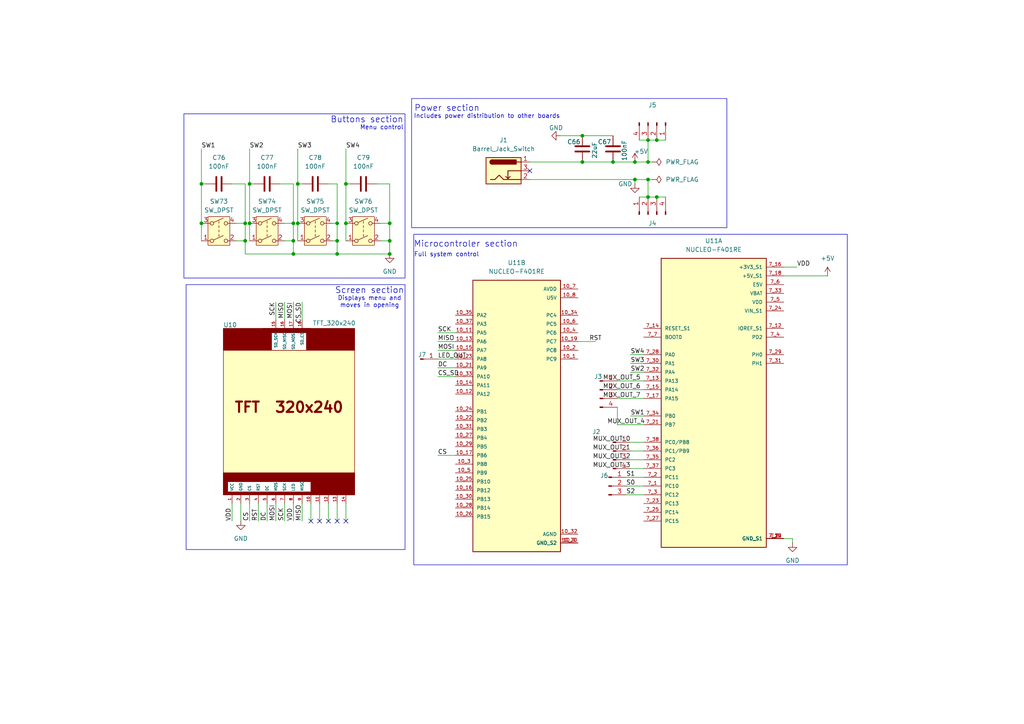
<source format=kicad_sch>
(kicad_sch (version 20250114) (generator "eeschema") (generator_version "9.0")
  (paper "A4")
  (title_block (title "Mikrokontroler, przyciski, wyswietlacz i sekcja zasilania") (date "2025-11-12") (rev "1") (company "AGH") (comment 1 "Autor: Krystian Bajerski") (comment 2 "Promotor: dr inż. Agnieszka Dąbrowska-Boruch"))
  (lib_symbols
    (symbol "Connector:Barrel_Jack_Switch" (pin_names (hide yes))
      (property "Reference" "J" (at 0 5.334 0))
      (property "Value" "Barrel_Jack_Switch" (at 0 -5.08 0))
      (symbol "Barrel_Jack_Switch_0_1"
        (rectangle (start -5.08 3.81) (end 5.08 -3.81) (stroke (width 0.254)) (fill (type background)))
        (polyline (pts (xy -3.81 -2.54) (xy -2.54 -2.54) (xy -1.27 -1.27) (xy 0 -2.54) (xy 2.54 -2.54) (xy 5.08 -2.54)) (stroke (width 0.254)))
        (arc (start -3.302 1.905) (mid -3.9343 2.54) (end -3.302 3.175) (stroke (width 0.254)))
        (arc (start -3.302 1.905) (mid -3.9343 2.54) (end -3.302 3.175) (stroke (width 0.254)) (fill (type outline)))
        (polyline (pts (xy 1.27 -2.286) (xy 1.905 -1.651)) (stroke (width 0.254)))
        (rectangle (start 3.683 3.175) (end -3.302 1.905) (stroke (width 0.254)) (fill (type outline)))
        (polyline (pts (xy 5.08 2.54) (xy 3.81 2.54)) (stroke (width 0.254)))
        (polyline (pts (xy 5.08 0) (xy 1.27 0) (xy 1.27 -2.286) (xy 0.635 -1.651)) (stroke (width 0.254)))
      )
      (symbol "Barrel_Jack_Switch_1_1"
        (pin passive line (at 7.62 2.54 180) (length 2.54) (name "~") (number "1"))
        (pin passive line (at 7.62 0 180) (length 2.54) (name "~") (number "3"))
        (pin passive line (at 7.62 -2.54 180) (length 2.54) (name "~") (number "2"))
      )
    )
    (symbol "Connector:Conn_01x01_Pin" (pin_names (offset 1.016) (hide yes))
      (property "Reference" "J" (at 0 2.54 0))
      (property "Value" "Conn_01x01_Pin" (at 0 -2.54 0))
      (symbol "Conn_01x01_Pin_1_1"
        (rectangle (start 0.8636 0.127) (end 0 -0.127) (stroke (width 0.1524)) (fill (type outline)))
        (polyline (pts (xy 1.27 0) (xy 0.8636 0)) (stroke (width 0.1524)))
        (pin passive line (at 5.08 0 180) (length 3.81) (name "Pin_1") (number "1"))
      )
    )
    (symbol "Connector:Conn_01x03_Pin" (pin_names (offset 1.016) (hide yes))
      (property "Reference" "J" (at 0 5.08 0))
      (property "Value" "Conn_01x03_Pin" (at 0 -5.08 0))
      (symbol "Conn_01x03_Pin_1_1"
        (rectangle (start 0.8636 2.667) (end 0 2.413) (stroke (width 0.1524)) (fill (type outline)))
        (rectangle (start 0.8636 0.127) (end 0 -0.127) (stroke (width 0.1524)) (fill (type outline)))
        (rectangle (start 0.8636 -2.413) (end 0 -2.667) (stroke (width 0.1524)) (fill (type outline)))
        (polyline (pts (xy 1.27 2.54) (xy 0.8636 2.54)) (stroke (width 0.1524)))
        (polyline (pts (xy 1.27 0) (xy 0.8636 0)) (stroke (width 0.1524)))
        (polyline (pts (xy 1.27 -2.54) (xy 0.8636 -2.54)) (stroke (width 0.1524)))
        (pin passive line (at 5.08 2.54 180) (length 3.81) (name "Pin_1") (number "1"))
        (pin passive line (at 5.08 0 180) (length 3.81) (name "Pin_2") (number "2"))
        (pin passive line (at 5.08 -2.54 180) (length 3.81) (name "Pin_3") (number "3"))
      )
    )
    (symbol "Connector:Conn_01x04_Pin" (pin_names (offset 1.016) (hide yes))
      (property "Reference" "J" (at 0 5.08 0))
      (property "Value" "Conn_01x04_Pin" (at 0 -7.62 0))
      (symbol "Conn_01x04_Pin_1_1"
        (rectangle (start 0.8636 2.667) (end 0 2.413) (stroke (width 0.1524)) (fill (type outline)))
        (rectangle (start 0.8636 0.127) (end 0 -0.127) (stroke (width 0.1524)) (fill (type outline)))
        (rectangle (start 0.8636 -2.413) (end 0 -2.667) (stroke (width 0.1524)) (fill (type outline)))
        (rectangle (start 0.8636 -4.953) (end 0 -5.207) (stroke (width 0.1524)) (fill (type outline)))
        (polyline (pts (xy 1.27 2.54) (xy 0.8636 2.54)) (stroke (width 0.1524)))
        (polyline (pts (xy 1.27 0) (xy 0.8636 0)) (stroke (width 0.1524)))
        (polyline (pts (xy 1.27 -2.54) (xy 0.8636 -2.54)) (stroke (width 0.1524)))
        (polyline (pts (xy 1.27 -5.08) (xy 0.8636 -5.08)) (stroke (width 0.1524)))
        (pin passive line (at 5.08 2.54 180) (length 3.81) (name "Pin_1") (number "1"))
        (pin passive line (at 5.08 0 180) (length 3.81) (name "Pin_2") (number "2"))
        (pin passive line (at 5.08 -2.54 180) (length 3.81) (name "Pin_3") (number "3"))
        (pin passive line (at 5.08 -5.08 180) (length 3.81) (name "Pin_4") (number "4"))
      )
    )
    (symbol "Device:C" (pin_numbers (hide yes)) (pin_names (offset 0.254))
      (property "Reference" "C" (at 0.635 2.54 0))
      (property "Value" "C" (at 0.635 -2.54 0))
      (symbol "C_0_1"
        (polyline (pts (xy -2.032 0.762) (xy 2.032 0.762)) (stroke (width 0.508)))
        (polyline (pts (xy -2.032 -0.762) (xy 2.032 -0.762)) (stroke (width 0.508)))
      )
      (symbol "C_1_1"
        (pin passive line (at 0 3.81 270) (length 2.794) (name "~") (number "1"))
        (pin passive line (at 0 -3.81 90) (length 2.794) (name "~") (number "2"))
      )
    )
    (symbol "NUCLEO-F401RE:NUCLEO-F401RE" (pin_names (offset 1.016))
      (property "Reference" "U" (at -15.24 41.91 0))
      (property "Value" "NUCLEO-F401RE" (at -15.24 -44.45 0))
      (symbol "NUCLEO-F401RE_1_0"
        (rectangle (start -15.24 -43.18) (end 15.24 40.64) (stroke (width 0.254)) (fill (type background)))
        (pin bidirectional line (at -20.32 20.32 0) (length 5.08) (name "RESET_S1") (number "7_14"))
        (pin bidirectional line (at -20.32 17.78 0) (length 5.08) (name "BOOT0") (number "7_7"))
        (pin bidirectional line (at -20.32 12.7 0) (length 5.08) (name "PA0") (number "7_28"))
        (pin bidirectional line (at -20.32 10.16 0) (length 5.08) (name "PA1") (number "7_30"))
        (pin bidirectional line (at -20.32 7.62 0) (length 5.08) (name "PA4") (number "7_32"))
        (pin bidirectional line (at -20.32 5.08 0) (length 5.08) (name "PA13") (number "7_13"))
        (pin bidirectional line (at -20.32 2.54 0) (length 5.08) (name "PA14") (number "7_15"))
        (pin bidirectional line (at -20.32 0 0) (length 5.08) (name "PA15") (number "7_17"))
        (pin bidirectional line (at -20.32 -5.08 0) (length 5.08) (name "PB0") (number "7_34"))
        (pin bidirectional line (at -20.32 -7.62 0) (length 5.08) (name "PB7") (number "7_21"))
        (pin bidirectional line (at -20.32 -12.7 0) (length 5.08) (name "PC0/PB8") (number "7_38"))
        (pin bidirectional line (at -20.32 -15.24 0) (length 5.08) (name "PC1/PB9") (number "7_36"))
        (pin bidirectional line (at -20.32 -17.78 0) (length 5.08) (name "PC2") (number "7_35"))
        (pin bidirectional line (at -20.32 -20.32 0) (length 5.08) (name "PC3") (number "7_37"))
        (pin bidirectional line (at -20.32 -22.86 0) (length 5.08) (name "PC11") (number "7_2"))
        (pin bidirectional line (at -20.32 -25.4 0) (length 5.08) (name "PC10") (number "7_1"))
        (pin bidirectional line (at -20.32 -27.94 0) (length 5.08) (name "PC12") (number "7_3"))
        (pin bidirectional line (at -20.32 -30.48 0) (length 5.08) (name "PC13") (number "7_23"))
        (pin bidirectional line (at -20.32 -33.02 0) (length 5.08) (name "PC14") (number "7_25"))
        (pin bidirectional line (at -20.32 -35.56 0) (length 5.08) (name "PC15") (number "7_27"))
        (pin power_in line (at 20.32 38.1 180) (length 5.08) (name "+3V3_S1") (number "7_16"))
        (pin power_in line (at 20.32 35.56 180) (length 5.08) (name "+5V_S1") (number "7_18"))
        (pin power_in line (at 20.32 33.02 180) (length 5.08) (name "E5V") (number "7_6"))
        (pin power_in line (at 20.32 30.48 180) (length 5.08) (name "VBAT") (number "7_33"))
        (pin power_in line (at 20.32 27.94 180) (length 5.08) (name "VDD") (number "7_5"))
        (pin power_in line (at 20.32 25.4 180) (length 5.08) (name "VIN_S1") (number "7_24"))
        (pin bidirectional line (at 20.32 20.32 180) (length 5.08) (name "IOREF_S1") (number "7_12"))
        (pin bidirectional line (at 20.32 17.78 180) (length 5.08) (name "PD2") (number "7_4"))
        (pin bidirectional line (at 20.32 12.7 180) (length 5.08) (name "PH0") (number "7_29"))
        (pin bidirectional line (at 20.32 10.16 180) (length 5.08) (name "PH1") (number "7_31"))
        (pin power_in line (at 20.32 -40.64 180) (length 5.08) (name "GND_S1") (number "7_19"))
        (pin power_in line (at 20.32 -40.64 180) (length 5.08) (name "GND_S1") (number "7_20"))
        (pin power_in line (at 20.32 -40.64 180) (length 5.08) (name "GND_S1") (number "7_22"))
        (pin power_in line (at 20.32 -40.64 180) (length 5.08) (name "GND_S1") (number "7_8"))
      )
      (symbol "NUCLEO-F401RE_2_0"
        (rectangle (start -12.7 -40.64) (end 12.7 38.1) (stroke (width 0.254)) (fill (type background)))
        (pin bidirectional line (at -17.78 27.94 0) (length 5.08) (name "PA2") (number "10_35"))
        (pin bidirectional line (at -17.78 25.4 0) (length 5.08) (name "PA3") (number "10_37"))
        (pin bidirectional line (at -17.78 22.86 0) (length 5.08) (name "PA5") (number "10_11"))
        (pin bidirectional line (at -17.78 20.32 0) (length 5.08) (name "PA6") (number "10_13"))
        (pin bidirectional line (at -17.78 17.78 0) (length 5.08) (name "PA7") (number "10_15"))
        (pin bidirectional line (at -17.78 15.24 0) (length 5.08) (name "PA8") (number "10_23"))
        (pin bidirectional line (at -17.78 12.7 0) (length 5.08) (name "PA9") (number "10_21"))
        (pin bidirectional line (at -17.78 10.16 0) (length 5.08) (name "PA10") (number "10_33"))
        (pin bidirectional line (at -17.78 7.62 0) (length 5.08) (name "PA11") (number "10_14"))
        (pin bidirectional line (at -17.78 5.08 0) (length 5.08) (name "PA12") (number "10_12"))
        (pin bidirectional line (at -17.78 0 0) (length 5.08) (name "PB1") (number "10_24"))
        (pin bidirectional line (at -17.78 -2.54 0) (length 5.08) (name "PB2") (number "10_22"))
        (pin bidirectional line (at -17.78 -5.08 0) (length 5.08) (name "PB3") (number "10_31"))
        (pin bidirectional line (at -17.78 -7.62 0) (length 5.08) (name "PB4") (number "10_27"))
        (pin bidirectional line (at -17.78 -10.16 0) (length 5.08) (name "PB5") (number "10_29"))
        (pin bidirectional line (at -17.78 -12.7 0) (length 5.08) (name "PB6") (number "10_17"))
        (pin bidirectional line (at -17.78 -15.24 0) (length 5.08) (name "PB8") (number "10_3"))
        (pin bidirectional line (at -17.78 -17.78 0) (length 5.08) (name "PB9") (number "10_5"))
        (pin bidirectional line (at -17.78 -20.32 0) (length 5.08) (name "PB10") (number "10_25"))
        (pin bidirectional line (at -17.78 -22.86 0) (length 5.08) (name "PB12") (number "10_16"))
        (pin bidirectional line (at -17.78 -25.4 0) (length 5.08) (name "PB13") (number "10_30"))
        (pin bidirectional line (at -17.78 -27.94 0) (length 5.08) (name "PB14") (number "10_28"))
        (pin bidirectional line (at -17.78 -30.48 0) (length 5.08) (name "PB15") (number "10_26"))
        (pin power_in line (at 17.78 35.56 180) (length 5.08) (name "AVDD") (number "10_7"))
        (pin power_in line (at 17.78 33.02 180) (length 5.08) (name "U5V") (number "10_8"))
        (pin bidirectional line (at 17.78 27.94 180) (length 5.08) (name "PC4") (number "10_34"))
        (pin bidirectional line (at 17.78 25.4 180) (length 5.08) (name "PC5") (number "10_6"))
        (pin bidirectional line (at 17.78 22.86 180) (length 5.08) (name "PC6") (number "10_4"))
        (pin bidirectional line (at 17.78 20.32 180) (length 5.08) (name "PC7") (number "10_19"))
        (pin bidirectional line (at 17.78 17.78 180) (length 5.08) (name "PC8") (number "10_2"))
        (pin bidirectional line (at 17.78 15.24 180) (length 5.08) (name "PC9") (number "10_1"))
        (pin power_in line (at 17.78 -35.56 180) (length 5.08) (name "AGND") (number "10_32"))
        (pin power_in line (at 17.78 -38.1 180) (length 5.08) (name "GND_S2") (number "10_20"))
        (pin power_in line (at 17.78 -38.1 180) (length 5.08) (name "GND_S2") (number "10_9"))
      )
      (symbol "NUCLEO-F401RE_3_0"
        (rectangle (start -10.16 -12.7) (end 10.16 10.16) (stroke (width 0.254)) (fill (type background)))
        (pin bidirectional line (at -15.24 -2.54 0) (length 5.08) (name "RESET") (number "6_3"))
        (pin bidirectional line (at -15.24 -5.08 0) (length 5.08) (name "IOREF") (number "6_2"))
        (pin power_in line (at 15.24 7.62 180) (length 5.08) (name "VIN") (number "6_8"))
        (pin power_in line (at 15.24 5.08 180) (length 5.08) (name "+5V") (number "6_5"))
        (pin power_in line (at 15.24 2.54 180) (length 5.08) (name "+3V3") (number "6_4"))
        (pin power_in line (at 15.24 -10.16 180) (length 5.08) (name "GND") (number "6_6"))
        (pin power_in line (at 15.24 -10.16 180) (length 5.08) (name "GND") (number "6_7"))
      )
      (symbol "NUCLEO-F401RE_4_0"
        (rectangle (start -5.08 -12.7) (end 5.08 12.7) (stroke (width 0.254)) (fill (type background)))
        (pin input line (at -10.16 10.16 0) (length 5.08) (name "D0") (number "9_1"))
        (pin output line (at -10.16 7.62 0) (length 5.08) (name "D1") (number "9_2"))
        (pin bidirectional line (at -10.16 2.54 0) (length 5.08) (name "D2") (number "9_3"))
        (pin bidirectional line (at -10.16 0 0) (length 5.08) (name "D3") (number "9_4"))
        (pin bidirectional line (at -10.16 -2.54 0) (length 5.08) (name "D4") (number "9_5"))
        (pin bidirectional line (at -10.16 -5.08 0) (length 5.08) (name "D5") (number "9_6"))
        (pin bidirectional line (at -10.16 -7.62 0) (length 5.08) (name "D6") (number "9_7"))
        (pin bidirectional line (at -10.16 -10.16 0) (length 5.08) (name "D7") (number "9_8"))
      )
      (symbol "NUCLEO-F401RE_5_0"
        (rectangle (start -5.08 -10.16) (end 5.08 7.62) (stroke (width 0.254)) (fill (type background)))
        (pin input line (at -10.16 5.08 0) (length 5.08) (name "A0") (number "8_1"))
        (pin input line (at -10.16 2.54 0) (length 5.08) (name "A1") (number "8_2"))
        (pin input line (at -10.16 0 0) (length 5.08) (name "A2") (number "8_3"))
        (pin input line (at -10.16 -2.54 0) (length 5.08) (name "A3") (number "8_4"))
        (pin input line (at -10.16 -5.08 0) (length 5.08) (name "A4") (number "8_5"))
        (pin input line (at -10.16 -7.62 0) (length 5.08) (name "A5") (number "8_6"))
      )
      (symbol "NUCLEO-F401RE_6_0"
        (rectangle (start -10.16 -17.78) (end 10.16 15.24) (stroke (width 0.254)) (fill (type background)))
        (pin bidirectional line (at -15.24 7.62 0) (length 5.08) (name "D8") (number "5_1"))
        (pin bidirectional line (at -15.24 5.08 0) (length 5.08) (name "D9") (number "5_2"))
        (pin bidirectional line (at -15.24 2.54 0) (length 5.08) (name "D10") (number "5_3"))
        (pin bidirectional line (at -15.24 0 0) (length 5.08) (name "D11") (number "5_4"))
        (pin bidirectional line (at -15.24 -2.54 0) (length 5.08) (name "D12") (number "5_5"))
        (pin bidirectional clock (at -15.24 -5.08 0) (length 5.08) (name "D13") (number "5_6"))
        (pin bidirectional line (at -15.24 -7.62 0) (length 5.08) (name "D14") (number "5_9"))
        (pin bidirectional clock (at -15.24 -10.16 0) (length 5.08) (name "D15") (number "5_10"))
        (pin power_in line (at 15.24 12.7 180) (length 5.08) (name "AREF") (number "5_8"))
        (pin power_in line (at 15.24 -15.24 180) (length 5.08) (name "GND_S6") (number "5_7"))
      )
    )
    (symbol "Switch:SW_DPST" (pin_names (offset 0) (hide yes))
      (property "Reference" "SW" (at 0 6.35 0))
      (property "Value" "SW_DPST" (at 0 -5.08 0))
      (symbol "SW_DPST_0_0"
        (circle (center -2.032 2.54) (radius 0.508))
        (circle (center -2.032 -2.54) (radius 0.508))
        (polyline (pts (xy -1.524 2.794) (xy 1.27 4.064)))
        (polyline (pts (xy -1.524 -2.286) (xy 1.27 -1.016)))
        (polyline (pts (xy 0 2.54) (xy 0 3.175)))
        (polyline (pts (xy 0 1.27) (xy 0 1.905)))
        (polyline (pts (xy 0 0) (xy 0 0.635)))
        (polyline (pts (xy 0 -1.27) (xy 0 -0.635)))
        (circle (center 2.032 2.54) (radius 0.508))
        (circle (center 2.032 -2.54) (radius 0.508))
      )
      (symbol "SW_DPST_1_1"
        (rectangle (start -3.175 4.445) (end 3.175 -3.81) (fill (type background)))
        (pin passive line (at -5.08 2.54 0) (length 2.54) (name "3") (number "3"))
        (pin passive line (at -5.08 -2.54 0) (length 2.54) (name "1") (number "1"))
        (pin passive line (at 5.08 2.54 180) (length 2.54) (name "4") (number "4"))
        (pin passive line (at 5.08 -2.54 180) (length 2.54) (name "2") (number "2"))
      )
    )
    (symbol "power:+5V" (power) (pin_numbers (hide yes)) (pin_names (offset 0) (hide yes))
      (property "Value" "+5V" (at 0 3.556 0))
      (symbol "+5V_0_1"
        (polyline (pts (xy -0.762 1.27) (xy 0 2.54)))
        (polyline (pts (xy 0 2.54) (xy 0.762 1.27)))
        (polyline (pts (xy 0 0) (xy 0 2.54)))
      )
      (symbol "+5V_1_1"
        (pin power_in line (at 0 0 90) (length 0) (name "~") (number "1"))
      )
    )
    (symbol "power:GND" (power) (pin_numbers (hide yes)) (pin_names (offset 0) (hide yes))
      (property "Value" "GND" (at 0 -3.81 0))
      (symbol "GND_0_1"
        (polyline (pts (xy 0 0) (xy 0 -1.27) (xy 1.27 -1.27) (xy 0 -2.54) (xy -1.27 -1.27) (xy 0 -1.27)))
      )
      (symbol "GND_1_1"
        (pin power_in line (at 0 0 270) (length 0) (name "~") (number "1"))
      )
    )
    (symbol "power:PWR_FLAG" (power) (pin_numbers (hide yes)) (pin_names (offset 0) (hide yes))
      (property "Value" "PWR_FLAG" (at 0 3.81 0))
      (symbol "PWR_FLAG_0_0"
        (pin power_out line (at 0 0 90) (length 0) (name "~") (number "1"))
      )
      (symbol "PWR_FLAG_0_1"
        (polyline (pts (xy 0 0) (xy 0 1.27) (xy -1.016 1.905) (xy 0 2.54) (xy 1.016 1.905) (xy 0 1.27)))
      )
    )
    (symbol "tft_320x240:TFT_320x240" (pin_names (offset 1.016))
      (property "Reference" "U10" (at -19.05 49.276 0))
      (property "Value" "TFT_320x240" (at 6.858 49.784 0))
      (symbol "TFT_320x240_0_0"
        (text "TFT  320x240" (at 0 25.4 0) (effects (font (size 2.9972 2.9972) (bold yes))))
      )
      (symbol "TFT_320x240_0_1"
        (rectangle (start -19.05 48.26) (end -5.08 41.91) (fill (type outline)))
        (rectangle (start -19.05 41.91) (end 19.05 6.35) (fill (type background)))
        (rectangle (start -19.05 6.35) (end 19.05 3.81) (fill (type outline)))
        (rectangle (start -19.05 0) (end 19.05 6.35))
        (rectangle (start -19.05 0) (end 19.05 0.8382) (fill (type outline)))
        (rectangle (start -17.78 0) (end -19.05 3.81) (fill (type outline)))
        (rectangle (start -7.62 48.26) (end 6.35 46.99) (fill (type outline)))
        (rectangle (start -5.08 48.26) (end 5.08 41.91))
        (rectangle (start 5.08 48.26) (end 19.05 41.91) (fill (type outline)))
        (rectangle (start 19.05 0) (end 6.35 3.81) (fill (type outline)))
      )
      (symbol "TFT_320x240_1_1"
        (pin power_in line (at -16.51 -2.54 90) (length 2.54) (name "VCC") (number "1"))
        (pin power_in line (at -13.97 -2.54 90) (length 2.54) (name "GND") (number "2"))
        (pin bidirectional line (at -11.43 -2.54 90) (length 2.54) (name "CS") (number "3"))
        (pin bidirectional line (at -8.89 -2.54 90) (length 2.54) (name "RST") (number "4"))
        (pin bidirectional line (at -6.35 -2.54 90) (length 2.54) (name "DC") (number "5"))
        (pin bidirectional line (at -3.81 50.8 270) (length 2.54) (name "SD_SCK") (number "15"))
        (pin bidirectional line (at -3.81 -2.54 90) (length 2.54) (name "MOSI") (number "6"))
        (pin bidirectional line (at -1.27 50.8 270) (length 2.54) (name "SD_MISO") (number "16"))
        (pin bidirectional line (at -1.27 -2.54 90) (length 2.54) (name "SCK") (number "7"))
        (pin bidirectional line (at 1.27 50.8 270) (length 2.54) (name "SD_MOSI") (number "17"))
        (pin power_in line (at 1.27 -2.54 90) (length 2.54) (name "LED") (number "8"))
        (pin bidirectional line (at 3.81 50.8 270) (length 2.54) (name "SD_CS") (number "18"))
        (pin bidirectional line (at 3.81 -2.54 90) (length 2.54) (name "MISO") (number "9"))
        (pin bidirectional line (at 6.35 -2.54 90) (length 2.54) (name "~") (number "10"))
        (pin bidirectional line (at 8.89 -2.54 90) (length 2.54) (name "~") (number "11"))
        (pin bidirectional line (at 11.43 -2.54 90) (length 2.54) (name "~") (number "12"))
        (pin bidirectional line (at 13.97 -2.54 90) (length 2.54) (name "~") (number "13"))
        (pin bidirectional line (at 16.51 -2.54 90) (length 2.54) (name "~") (number "14"))
      )
    )
  )
  (rectangle (start 53.34 33.02) (end 117.475 80.645))
  (rectangle (start 53.975 82.55) (end 117.475 159.385))
  (rectangle (start 120.015 67.945) (end 245.745 163.83))
  (rectangle (start 119.38 28.575) (end 210.82 66.04))
  (text "Microcontroler section\n" (at 135.128 70.866 0) (effects (font (size 1.778 1.778))))
  (text "Power section\n" (at 120.142 31.496 0) (effects (font (size 1.778 1.778)) (justify left)))
  (text "Full system control\n" (at 129.54 73.914 0) (effects (font (size 1.27 1.27))))
  (text "Menu control\n" (at 110.744 37.084 0) (effects (font (size 1.27 1.27))))
  (text "Displays menu and\nmoves in opening" (at 107.188 87.63 0) (effects (font (size 1.27 1.27))))
  (text "Screen section\n" (at 107.188 84.328 0) (effects (font (size 1.778 1.778))))
  (text "Buttons section\n" (at 106.426 34.798 0) (effects (font (size 1.778 1.778))))
  (text "Includes power distribution to other boards\n" (at 141.224 33.782 0) (effects (font (size 1.27 1.27))))
  (junction (at 168.91 46.99))
  (junction (at 113.03 73.66))
  (junction (at 113.03 64.77))
  (junction (at 71.12 69.85))
  (junction (at 187.96 52.07))
  (junction (at 187.96 40.64))
  (junction (at 85.09 64.77))
  (junction (at 72.39 64.77))
  (junction (at 113.03 69.85))
  (junction (at 190.5 57.15))
  (junction (at 85.09 69.85))
  (junction (at 58.42 53.34))
  (junction (at 184.15 52.07))
  (junction (at 190.5 40.64))
  (junction (at 85.09 73.66))
  (junction (at 97.79 64.77))
  (junction (at 71.12 64.77))
  (junction (at 187.96 46.99))
  (junction (at 100.33 64.77))
  (junction (at 184.15 46.99))
  (junction (at 177.8 46.99))
  (junction (at 187.96 57.15))
  (junction (at 86.36 64.77))
  (junction (at 58.42 64.77))
  (junction (at 97.79 73.66))
  (junction (at 168.91 39.37))
  (junction (at 72.39 53.34))
  (junction (at 97.79 69.85))
  (junction (at 86.36 53.34))
  (junction (at 100.33 53.34))
  (no_connect (at 95.25 151.13))
  (no_connect (at 90.17 151.13))
  (no_connect (at 153.67 49.53))
  (no_connect (at 97.79 151.13))
  (no_connect (at 92.71 151.13))
  (no_connect (at 100.33 151.13))
  (wire (pts (xy 110.49 64.77) (xy 113.03 64.77)))
  (wire (pts (xy 85.09 146.05) (xy 85.09 151.13)))
  (wire (pts (xy 100.33 64.77) (xy 100.33 69.85)))
  (wire (pts (xy 73.66 53.34) (xy 72.39 53.34)))
  (wire (pts (xy 97.79 73.66) (xy 113.03 73.66)))
  (wire (pts (xy 187.96 57.15) (xy 190.5 57.15)))
  (wire (pts (xy 182.88 128.27) (xy 186.69 128.27)))
  (wire (pts (xy 68.58 64.77) (xy 71.12 64.77)))
  (wire (pts (xy 168.91 39.37) (xy 177.8 39.37)))
  (wire (pts (xy 184.15 46.99) (xy 187.96 46.99)))
  (wire (pts (xy 80.01 146.05) (xy 80.01 151.13)))
  (wire (pts (xy 81.28 53.34) (xy 85.09 53.34)))
  (wire (pts (xy 100.33 43.18) (xy 100.33 53.34)))
  (wire (pts (xy 58.42 43.18) (xy 58.42 53.34)))
  (wire (pts (xy 127 109.22) (xy 132.08 109.22)))
  (wire (pts (xy 97.79 69.85) (xy 97.79 73.66)))
  (wire (pts (xy 229.87 156.21) (xy 229.87 157.48)))
  (wire (pts (xy 127 99.06) (xy 132.08 99.06)))
  (wire (pts (xy 127 106.68) (xy 132.08 106.68)))
  (wire (pts (xy 177.8 46.99) (xy 184.15 46.99)))
  (wire (pts (xy 182.88 120.65) (xy 186.69 120.65)))
  (wire (pts (xy 127 132.08) (xy 132.08 132.08)))
  (wire (pts (xy 187.96 40.64) (xy 190.5 40.64)))
  (wire (pts (xy 97.79 64.77) (xy 97.79 69.85)))
  (wire (pts (xy 182.88 135.89) (xy 186.69 135.89)))
  (wire (pts (xy 87.63 53.34) (xy 86.36 53.34)))
  (wire (pts (xy 85.09 64.77) (xy 85.09 69.85)))
  (wire (pts (xy 190.5 40.64) (xy 193.04 40.64)))
  (wire (pts (xy 100.33 53.34) (xy 101.6 53.34)))
  (wire (pts (xy 85.09 53.34) (xy 85.09 64.77)))
  (wire (pts (xy 85.09 69.85) (xy 85.09 73.66)))
  (wire (pts (xy 227.33 77.47) (xy 231.14 77.47)))
  (wire (pts (xy 182.88 105.41) (xy 186.69 105.41)))
  (wire (pts (xy 72.39 53.34) (xy 72.39 64.77)))
  (wire (pts (xy 85.09 87.63) (xy 85.09 92.71)))
  (wire (pts (xy 153.67 46.99) (xy 168.91 46.99)))
  (wire (pts (xy 97.79 146.05) (xy 97.79 151.13)))
  (wire (pts (xy 168.91 46.99) (xy 177.8 46.99)))
  (wire (pts (xy 87.63 146.05) (xy 87.63 151.13)))
  (wire (pts (xy 67.31 53.34) (xy 71.12 53.34)))
  (wire (pts (xy 187.96 40.64) (xy 187.96 46.99)))
  (wire (pts (xy 67.31 146.05) (xy 67.31 151.13)))
  (wire (pts (xy 182.88 133.35) (xy 186.69 133.35)))
  (wire (pts (xy 96.52 64.77) (xy 97.79 64.77)))
  (wire (pts (xy 72.39 146.05) (xy 72.39 151.13)))
  (wire (pts (xy 95.25 146.05) (xy 95.25 151.13)))
  (wire (pts (xy 179.07 123.19) (xy 186.69 123.19)))
  (wire (pts (xy 227.33 156.21) (xy 229.87 156.21)))
  (wire (pts (xy 86.36 64.77) (xy 86.36 69.85)))
  (wire (pts (xy 97.79 53.34) (xy 97.79 64.77)))
  (wire (pts (xy 85.09 73.66) (xy 97.79 73.66)))
  (wire (pts (xy 72.39 64.77) (xy 72.39 69.85)))
  (wire (pts (xy 96.52 69.85) (xy 97.79 69.85)))
  (wire (pts (xy 69.85 146.05) (xy 69.85 151.13)))
  (wire (pts (xy 68.58 69.85) (xy 71.12 69.85)))
  (wire (pts (xy 80.01 87.63) (xy 80.01 92.71)))
  (wire (pts (xy 58.42 64.77) (xy 58.42 69.85)))
  (wire (pts (xy 187.96 46.99) (xy 189.23 46.99)))
  (wire (pts (xy 71.12 73.66) (xy 85.09 73.66)))
  (wire (pts (xy 184.15 52.07) (xy 184.15 53.34)))
  (wire (pts (xy 182.88 102.87) (xy 186.69 102.87)))
  (wire (pts (xy 82.55 146.05) (xy 82.55 151.13)))
  (wire (pts (xy 90.17 146.05) (xy 90.17 151.13)))
  (wire (pts (xy 153.67 52.07) (xy 184.15 52.07)))
  (wire (pts (xy 95.25 53.34) (xy 97.79 53.34)))
  (wire (pts (xy 184.15 52.07) (xy 187.96 52.07)))
  (wire (pts (xy 185.42 40.64) (xy 187.96 40.64)))
  (wire (pts (xy 187.96 52.07) (xy 187.96 57.15)))
  (wire (pts (xy 181.61 140.97) (xy 186.69 140.97)))
  (wire (pts (xy 72.39 43.18) (xy 72.39 53.34)))
  (wire (pts (xy 182.88 107.95) (xy 186.69 107.95)))
  (wire (pts (xy 77.47 146.05) (xy 77.47 151.13)))
  (wire (pts (xy 185.42 57.15) (xy 187.96 57.15)))
  (wire (pts (xy 227.33 80.01) (xy 240.03 80.01)))
  (wire (pts (xy 86.36 43.18) (xy 86.36 53.34)))
  (wire (pts (xy 127 104.14) (xy 132.08 104.14)))
  (wire (pts (xy 127 96.52) (xy 132.08 96.52)))
  (wire (pts (xy 82.55 87.63) (xy 82.55 92.71)))
  (wire (pts (xy 162.56 39.37) (xy 168.91 39.37)))
  (wire (pts (xy 59.69 53.34) (xy 58.42 53.34)))
  (wire (pts (xy 113.03 64.77) (xy 113.03 53.34)))
  (wire (pts (xy 181.61 138.43) (xy 186.69 138.43)))
  (wire (pts (xy 74.93 146.05) (xy 74.93 151.13)))
  (wire (pts (xy 190.5 57.15) (xy 193.04 57.15)))
  (wire (pts (xy 92.71 146.05) (xy 92.71 151.13)))
  (wire (pts (xy 100.33 64.77) (xy 100.33 53.34)))
  (wire (pts (xy 181.61 143.51) (xy 186.69 143.51)))
  (wire (pts (xy 86.36 53.34) (xy 86.36 64.77)))
  (wire (pts (xy 179.07 123.19) (xy 179.07 118.11)))
  (wire (pts (xy 71.12 64.77) (xy 71.12 53.34)))
  (wire (pts (xy 113.03 53.34) (xy 109.22 53.34)))
  (wire (pts (xy 82.55 64.77) (xy 85.09 64.77)))
  (wire (pts (xy 87.63 87.63) (xy 87.63 92.71)))
  (wire (pts (xy 100.33 146.05) (xy 100.33 151.13)))
  (wire (pts (xy 179.07 113.03) (xy 186.69 113.03)))
  (wire (pts (xy 71.12 69.85) (xy 71.12 73.66)))
  (wire (pts (xy 71.12 64.77) (xy 71.12 69.85)))
  (wire (pts (xy 127 101.6) (xy 132.08 101.6)))
  (wire (pts (xy 58.42 53.34) (xy 58.42 64.77)))
  (wire (pts (xy 179.07 115.57) (xy 186.69 115.57)))
  (wire (pts (xy 82.55 69.85) (xy 85.09 69.85)))
  (wire (pts (xy 182.88 130.81) (xy 186.69 130.81)))
  (wire (pts (xy 187.96 52.07) (xy 189.23 52.07)))
  (wire (pts (xy 113.03 64.77) (xy 113.03 69.85)))
  (wire (pts (xy 110.49 69.85) (xy 113.03 69.85)))
  (wire (pts (xy 179.07 110.49) (xy 186.69 110.49)))
  (wire (pts (xy 113.03 69.85) (xy 113.03 73.66)))
  (wire (pts (xy 167.64 99.06) (xy 172.72 99.06)))
  (label "DC" (at 77.47 151.13 90))
  (label "VDD" (at 85.09 151.13 90))
  (label "MUX_OUT_3" (at 182.88 135.89 180))
  (label "MISO" (at 127 99.06 0))
  (label "SW2" (at 72.39 43.18 0))
  (label "MISO" (at 82.55 87.63 270))
  (label "RST" (at 74.93 151.13 90))
  (label "S2" (at 181.61 143.51 0))
  (label "S0" (at 181.61 140.97 0))
  (label "MOSI" (at 85.09 87.63 270))
  (label "CS" (at 127 132.08 0))
  (label "RST" (at 172.72 99.06 0))
  (label "MOSI" (at 127 101.6 0))
  (label "MUX_OUT_0" (at 182.88 128.27 180))
  (label "SW1" (at 182.88 120.65 0))
  (label "CS" (at 72.39 151.13 90))
  (label "DC" (at 127 106.68 0))
  (label "SCK" (at 127 96.52 0))
  (label "MISO" (at 87.63 151.13 90))
  (label "MUX_OUT_7" (at 180.34 115.57 0))
  (label "MUX_OUT_1" (at 182.88 130.81 180))
  (label "MUX_OUT_4" (at 181.61 123.19 0))
  (label "LED_OUT" (at 127 104.14 0))
  (label "SW3" (at 86.36 43.18 0))
  (label "MUX_OUT_6" (at 180.34 113.03 0))
  (label "SCK" (at 82.55 151.13 90))
  (label "MOSI" (at 80.01 151.13 90))
  (label "CS_SD" (at 127 109.22 0))
  (label "S1" (at 181.61 138.43 0))
  (label "SW2" (at 182.88 107.95 0))
  (label "SW1" (at 58.42 43.18 0))
  (label "MUX_OUT_2" (at 182.88 133.35 180))
  (label "SCK" (at 80.01 87.63 270))
  (label "VDD" (at 67.31 151.13 90))
  (label "CS_SD" (at 87.63 87.63 270))
  (label "MUX_OUT_5" (at 180.34 110.49 0))
  (label "VDD" (at 231.14 77.47 0))
  (label "SW4" (at 182.88 102.87 0))
  (label "SW4" (at 100.33 43.18 0))
  (label "SW3" (at 182.88 105.41 0))
  (symbol (lib_id "power:+5V") (at 184.15 46.99 0) (unit 1)
    (property "Reference" "#PWR0195" (effects (hide yes)))
    (property "Value" "+5V" (at 185.928 43.942 0))
    (property "Description" "Power symbol creates a global label with name \"+5V\"" (effects (hide yes)))
  )
  (symbol (lib_id "Connector:Barrel_Jack_Switch") (at 146.05 49.53 0) (unit 1)
    (property "Reference" "J1" (at 146.05 40.64 0))
    (property "Value" "Barrel_Jack_Switch" (at 146.05 43.18 0))
    (property "Footprint" "Connector_BarrelJack:BarrelJack_Horizontal" (effects (hide yes)))
    (property "Description" "DC Barrel Jack with an internal switch" (effects (hide yes)))
  )
  (symbol (lib_id "power:GND") (at 184.15 53.34 0) (unit 1)
    (property "Reference" "#PWR0196" (effects (hide yes)))
    (property "Value" "GND" (at 181.356 53.34 0))
    (property "Description" "Power symbol creates a global label with name \"GND\" , ground" (effects (hide yes)))
  )
  (symbol (lib_id "Device:C") (at 63.5 53.34 90) (unit 1)
    (property "Reference" "C76" (at 63.5 45.72 90))
    (property "Value" "100nF" (at 63.5 48.26 90))
    (property "Footprint" "Capacitor_SMD:C_0805_2012Metric_Pad1.18x1.45mm_HandSolder" (effects (hide yes)))
    (property "Description" "Unpolarized capacitor" (effects (hide yes)))
  )
  (symbol (lib_id "power:GND") (at 229.87 157.48 0) (unit 1)
    (property "Reference" "#PWR0245" (effects (hide yes)))
    (property "Value" "GND" (at 229.87 162.56 0))
    (property "Description" "Power symbol creates a global label with name \"GND\" , ground" (effects (hide yes)))
  )
  (symbol (lib_id "Connector:Conn_01x04_Pin") (at 187.96 62.23 90) (unit 1)
    (property "Reference" "J4" (at 189.23 64.77 90))
    (property "Value" "Conn_01x04_Pin" (effects (hide yes)))
    (property "Footprint" "Connector_PinHeader_2.54mm:PinHeader_1x04_P2.54mm_Horizontal" (effects (hide yes)))
    (property "Description" "Generic connector, single row, 01x04, script generated" (effects (hide yes)))
  )
  (symbol (lib_id "Switch:SW_DPST") (at 63.5 67.31 0) (unit 1)
    (property "Reference" "SW73" (at 63.5 58.42 0))
    (property "Value" "SW_DPST" (at 63.5 60.96 0))
    (property "Footprint" "TS02-66-60-BK-100-LCR-D:SW_TS02-66-60-BK-100-LCR-D" (effects (hide yes)))
    (property "Description" "Double Pole Single Throw (DPST) Switch" (effects (hide yes)))
  )
  (symbol (lib_id "power:GND") (at 69.85 151.13 0) (unit 1)
    (property "Reference" "#PWR0243" (effects (hide yes)))
    (property "Value" "GND" (at 69.85 156.21 0))
    (property "Description" "Power symbol creates a global label with name \"GND\" , ground" (effects (hide yes)))
  )
  (symbol (lib_id "NUCLEO-F401RE:NUCLEO-F401RE") (at 149.86 119.38 0) (unit 2)
    (property "Reference" "U11" (at 149.86 76.2 0))
    (property "Value" "NUCLEO-F401RE" (at 149.86 78.74 0))
    (property "Footprint" "NUCLEO-F401RE:ST_NUCLEO-F401RE" (effects (hide yes)))
    (property "MF" "STMicroelectronics" (effects (hide yes)))
    (property "Description_1" "STM32F401RE, mbed-Enabled Development Nucleo-64 STM32F4 ARM® Cortex®-M4 MCU 32-Bit Embedded Evaluation Board" (effects (hide yes)))
    (property "Package" "None" (effects (hide yes)))
    (property "Price" "None" (effects (hide yes)))
    (property "Check_prices" "https://www.snapeda.com/parts/NUCLEO-F401RE/STMicroelectronics/view-part/?ref=eda" (effects (hide yes)))
    (property "STANDARD" "Manufacturer Recommendations" (effects (hide yes)))
    (property "PARTREV" "13" (effects (hide yes)))
    (property "SnapEDA_Link" "https://www.snapeda.com/parts/NUCLEO-F401RE/STMicroelectronics/view-part/?ref=snap" (effects (hide yes)))
    (property "MP" "NUCLEO-F401RE" (effects (hide yes)))
    (property "Availability" "In Stock" (effects (hide yes)))
    (property "MANUFACTURER" "STMicroelectronics" (effects (hide yes)))
  )
  (symbol (lib_id "power:GND") (at 162.56 39.37 270) (unit 1)
    (property "Reference" "#PWR0193" (effects (hide yes)))
    (property "Value" "GND" (at 163.322 37.084 90) (effects (justify right)))
    (property "Description" "Power symbol creates a global label with name \"GND\" , ground" (effects (hide yes)))
  )
  (symbol (lib_id "Switch:SW_DPST") (at 91.44 67.31 0) (unit 1)
    (property "Reference" "SW75" (at 91.44 58.42 0))
    (property "Value" "SW_DPST" (at 91.44 60.96 0))
    (property "Footprint" "TS02-66-60-BK-100-LCR-D:SW_TS02-66-60-BK-100-LCR-D" (effects (hide yes)))
    (property "Description" "Double Pole Single Throw (DPST) Switch" (effects (hide yes)))
  )
  (symbol (lib_id "Connector:Conn_01x03_Pin") (at 176.53 140.97 0) (unit 1)
    (property "Reference" "J6" (at 175.26 137.922 0))
    (property "Value" "Conn_01x03_Pin" (effects (hide yes)))
    (property "Footprint" "Connector_PinHeader_2.54mm:PinHeader_1x03_P2.54mm_Vertical" (effects (hide yes)))
    (property "Description" "Generic connector, single row, 01x03, script generated" (effects (hide yes)))
  )
  (symbol (lib_id "Device:C") (at 168.91 43.18 180) (unit 1)
    (property "Reference" "C66" (at 168.402 41.148 0) (effects (justify left)))
    (property "Value" "22uF" (at 172.466 41.148 90) (effects (justify left)))
    (property "Footprint" "Capacitor_THT:CP_Radial_D4.0mm_P2.00mm" (effects (hide yes)))
    (property "Description" "Unpolarized capacitor" (effects (hide yes)))
  )
  (symbol (lib_id "Connector:Conn_01x04_Pin") (at 173.99 113.03 0) (unit 1)
    (property "Reference" "J3" (at 173.482 109.22 0))
    (property "Value" "Conn_01x04_Pin" (effects (hide yes)))
    (property "Footprint" "Connector_PinHeader_2.54mm:PinHeader_1x04_P2.54mm_Vertical" (effects (hide yes)))
    (property "Description" "Generic connector, single row, 01x04, script generated" (effects (hide yes)))
  )
  (symbol (lib_id "Switch:SW_DPST") (at 105.41 67.31 0) (unit 1)
    (property "Reference" "SW76" (at 105.41 58.42 0))
    (property "Value" "SW_DPST" (at 105.41 60.96 0))
    (property "Footprint" "TS02-66-60-BK-100-LCR-D:SW_TS02-66-60-BK-100-LCR-D" (effects (hide yes)))
    (property "Description" "Double Pole Single Throw (DPST) Switch" (effects (hide yes)))
  )
  (symbol (lib_id "power:GND") (at 113.03 73.66 0) (unit 1)
    (property "Reference" "#PWR0242" (effects (hide yes)))
    (property "Value" "GND" (at 113.03 78.74 0))
    (property "Description" "Power symbol creates a global label with name \"GND\" , ground" (effects (hide yes)))
  )
  (symbol (lib_id "Device:C") (at 105.41 53.34 90) (unit 1)
    (property "Reference" "C79" (at 105.41 45.72 90))
    (property "Value" "100nF" (at 105.41 48.26 90))
    (property "Footprint" "Capacitor_SMD:C_0805_2012Metric_Pad1.18x1.45mm_HandSolder" (effects (hide yes)))
    (property "Description" "Unpolarized capacitor" (effects (hide yes)))
  )
  (symbol (lib_id "Switch:SW_DPST") (at 77.47 67.31 0) (unit 1)
    (property "Reference" "SW74" (at 77.47 58.42 0))
    (property "Value" "SW_DPST" (at 77.47 60.96 0))
    (property "Footprint" "TS02-66-60-BK-100-LCR-D:SW_TS02-66-60-BK-100-LCR-D" (effects (hide yes)))
    (property "Description" "Double Pole Single Throw (DPST) Switch" (effects (hide yes)))
  )
  (symbol (lib_id "Device:C") (at 77.47 53.34 90) (unit 1)
    (property "Reference" "C77" (at 77.47 45.72 90))
    (property "Value" "100nF" (at 77.47 48.26 90))
    (property "Footprint" "Capacitor_SMD:C_0805_2012Metric_Pad1.18x1.45mm_HandSolder" (effects (hide yes)))
    (property "Description" "Unpolarized capacitor" (effects (hide yes)))
  )
  (symbol (lib_id "Device:C") (at 177.8 43.18 180) (unit 1)
    (property "Reference" "C67" (at 177.292 41.148 0) (effects (justify left)))
    (property "Value" "100nF" (at 181.102 40.64 90) (effects (justify left)))
    (property "Footprint" "Capacitor_THT:CP_Radial_D4.0mm_P2.00mm" (effects (hide yes)))
    (property "Description" "Unpolarized capacitor" (effects (hide yes)))
  )
  (symbol (lib_id "Connector:Conn_01x01_Pin") (at 121.92 104.14 0) (unit 1)
    (property "Reference" "J7" (at 122.428 102.87 0))
    (property "Value" "Conn_01x01_Pin" (effects (hide yes)))
    (property "Footprint" "Connector_PinHeader_2.54mm:PinHeader_1x01_P2.54mm_Vertical" (effects (hide yes)))
    (property "Description" "Generic connector, single row, 01x01, script generated" (effects (hide yes)))
  )
  (symbol (lib_id "Connector:Conn_01x04_Pin") (at 177.8 130.81 0) (unit 1)
    (property "Reference" "J2" (at 172.974 125.222 0))
    (property "Value" "Conn_01x04_Pin" (effects (hide yes)))
    (property "Footprint" "Connector_PinHeader_2.54mm:PinHeader_1x04_P2.54mm_Vertical" (effects (hide yes)))
    (property "Description" "Generic connector, single row, 01x04, script generated" (effects (hide yes)))
  )
  (symbol (lib_id "NUCLEO-F401RE:NUCLEO-F401RE") (at 207.01 115.57 0) (unit 1)
    (property "Reference" "U11" (at 207.01 69.85 0))
    (property "Value" "NUCLEO-F401RE" (at 207.01 72.39 0))
    (property "Footprint" "NUCLEO-F401RE:ST_NUCLEO-F401RE" (effects (hide yes)))
    (property "MF" "STMicroelectronics" (effects (hide yes)))
    (property "Description_1" "STM32F401RE, mbed-Enabled Development Nucleo-64 STM32F4 ARM® Cortex®-M4 MCU 32-Bit Embedded Evaluation Board" (effects (hide yes)))
    (property "Package" "None" (effects (hide yes)))
    (property "Price" "None" (effects (hide yes)))
    (property "Check_prices" "https://www.snapeda.com/parts/NUCLEO-F401RE/STMicroelectronics/view-part/?ref=eda" (effects (hide yes)))
    (property "STANDARD" "Manufacturer Recommendations" (effects (hide yes)))
    (property "PARTREV" "13" (effects (hide yes)))
    (property "SnapEDA_Link" "https://www.snapeda.com/parts/NUCLEO-F401RE/STMicroelectronics/view-part/?ref=snap" (effects (hide yes)))
    (property "MP" "NUCLEO-F401RE" (effects (hide yes)))
    (property "Availability" "In Stock" (effects (hide yes)))
    (property "MANUFACTURER" "STMicroelectronics" (effects (hide yes)))
  )
  (symbol (lib_id "Connector:Conn_01x04_Pin") (at 190.5 35.56 270) (unit 1)
    (property "Reference" "J5" (at 189.23 30.48 90))
    (property "Value" "Conn_01x04_Pin" (effects (hide yes)))
    (property "Footprint" "Connector_PinHeader_2.54mm:PinHeader_1x04_P2.54mm_Horizontal" (effects (hide yes)))
    (property "Description" "Generic connector, single row, 01x04, script generated" (effects (hide yes)))
  )
  (symbol (lib_id "power:PWR_FLAG") (at 189.23 46.99 270) (unit 1)
    (property "Reference" "#FLG01" (effects (hide yes)))
    (property "Value" "PWR_FLAG" (at 193.04 46.9899 90) (effects (justify left)))
    (property "Description" "Special symbol for telling ERC where power comes from" (effects (hide yes)))
  )
  (symbol (lib_id "power:PWR_FLAG") (at 189.23 52.07 270) (unit 1)
    (property "Reference" "#FLG02" (effects (hide yes)))
    (property "Value" "PWR_FLAG" (at 193.04 52.0699 90) (effects (justify left)))
    (property "Description" "Special symbol for telling ERC where power comes from" (effects (hide yes)))
  )
  (symbol (lib_id "Device:C") (at 91.44 53.34 90) (unit 1)
    (property "Reference" "C78" (at 91.44 45.72 90))
    (property "Value" "100nF" (at 91.44 48.26 90))
    (property "Footprint" "Capacitor_SMD:C_0805_2012Metric_Pad1.18x1.45mm_HandSolder" (effects (hide yes)))
    (property "Description" "Unpolarized capacitor" (effects (hide yes)))
  )
  (symbol (lib_id "tft_320x240:TFT_320x240") (at 83.82 143.51 0) (unit 1)
    (property "Reference" "U10" (at 64.77 94.234 0) (effects (justify left)))
    (property "Value" "TFT_320x240" (at 90.678 93.726 0) (effects (justify left)))
    (property "Footprint" "TFT_screen:TFT-320x240" (effects (hide yes)))
  )
  (symbol (lib_id "power:+5V") (at 240.03 80.01 0) (unit 1)
    (property "Reference" "#PWR0241" (effects (hide yes)))
    (property "Value" "+5V" (at 240.03 74.93 0))
    (property "Description" "Power symbol creates a global label with name \"+5V\"" (effects (hide yes)))
  )
)
</source>
